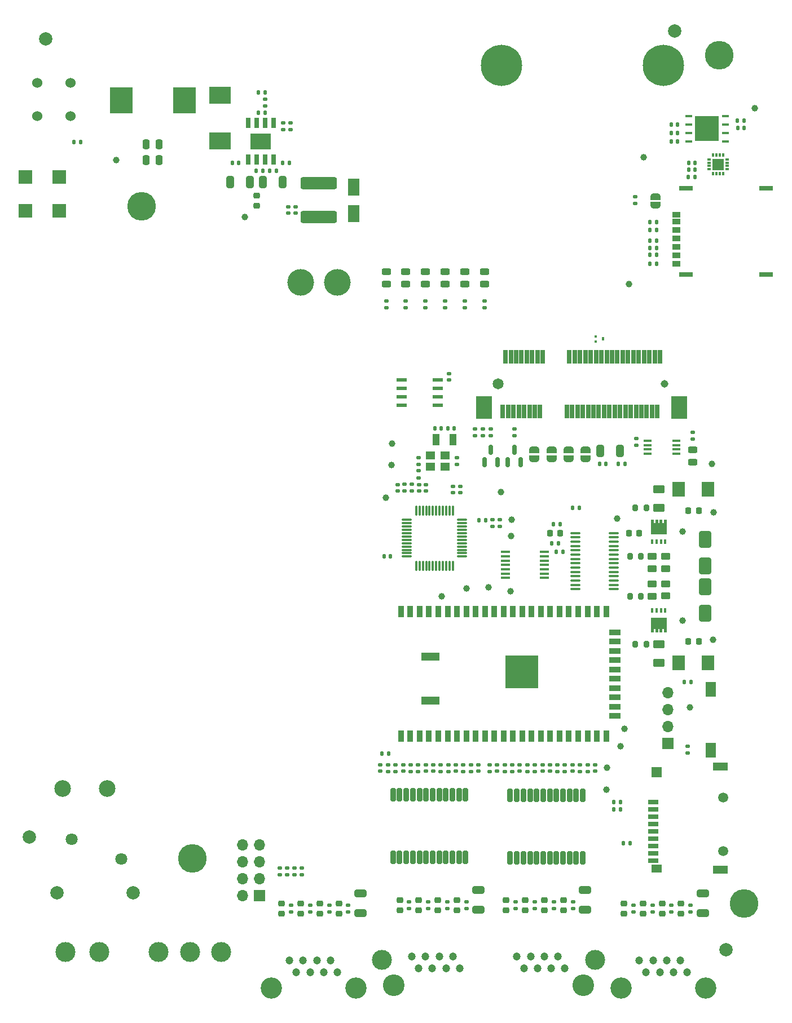
<source format=gts>
G04 #@! TF.GenerationSoftware,KiCad,Pcbnew,7.0.5-0*
G04 #@! TF.CreationDate,2023-08-08T04:38:12-03:00*
G04 #@! TF.ProjectId,macunaima_rev2,6d616375-6e61-4696-9d61-5f726576322e,rev?*
G04 #@! TF.SameCoordinates,Original*
G04 #@! TF.FileFunction,Soldermask,Top*
G04 #@! TF.FilePolarity,Negative*
%FSLAX46Y46*%
G04 Gerber Fmt 4.6, Leading zero omitted, Abs format (unit mm)*
G04 Created by KiCad (PCBNEW 7.0.5-0) date 2023-08-08 04:38:12*
%MOMM*%
%LPD*%
G01*
G04 APERTURE LIST*
G04 Aperture macros list*
%AMRoundRect*
0 Rectangle with rounded corners*
0 $1 Rounding radius*
0 $2 $3 $4 $5 $6 $7 $8 $9 X,Y pos of 4 corners*
0 Add a 4 corners polygon primitive as box body*
4,1,4,$2,$3,$4,$5,$6,$7,$8,$9,$2,$3,0*
0 Add four circle primitives for the rounded corners*
1,1,$1+$1,$2,$3*
1,1,$1+$1,$4,$5*
1,1,$1+$1,$6,$7*
1,1,$1+$1,$8,$9*
0 Add four rect primitives between the rounded corners*
20,1,$1+$1,$2,$3,$4,$5,0*
20,1,$1+$1,$4,$5,$6,$7,0*
20,1,$1+$1,$6,$7,$8,$9,0*
20,1,$1+$1,$8,$9,$2,$3,0*%
%AMFreePoly0*
4,1,19,0.500000,-0.750000,0.000000,-0.750000,0.000000,-0.744911,-0.071157,-0.744911,-0.207708,-0.704816,-0.327430,-0.627875,-0.420627,-0.520320,-0.479746,-0.390866,-0.500000,-0.250000,-0.500000,0.250000,-0.479746,0.390866,-0.420627,0.520320,-0.327430,0.627875,-0.207708,0.704816,-0.071157,0.744911,0.000000,0.744911,0.000000,0.750000,0.500000,0.750000,0.500000,-0.750000,0.500000,-0.750000,
$1*%
%AMFreePoly1*
4,1,19,0.000000,0.744911,0.071157,0.744911,0.207708,0.704816,0.327430,0.627875,0.420627,0.520320,0.479746,0.390866,0.500000,0.250000,0.500000,-0.250000,0.479746,-0.390866,0.420627,-0.520320,0.327430,-0.627875,0.207708,-0.704816,0.071157,-0.744911,0.000000,-0.744911,0.000000,-0.750000,-0.500000,-0.750000,-0.500000,0.750000,0.000000,0.750000,0.000000,0.744911,0.000000,0.744911,
$1*%
%AMFreePoly2*
4,1,17,1.395000,0.765000,0.855000,0.765000,0.855000,0.535000,1.395000,0.535000,1.395000,0.115000,0.855000,0.115000,0.855000,-0.115000,1.395000,-0.115000,1.395000,-0.535000,0.855000,-0.535000,0.855000,-0.765000,1.395000,-0.765000,1.395000,-1.185000,-0.855000,-1.185000,-0.855000,1.185000,1.395000,1.185000,1.395000,0.765000,1.395000,0.765000,$1*%
G04 Aperture macros list end*
%ADD10R,1.409700X0.355600*%
%ADD11RoundRect,0.225000X0.250000X-0.225000X0.250000X0.225000X-0.250000X0.225000X-0.250000X-0.225000X0*%
%ADD12R,1.000000X1.800000*%
%ADD13RoundRect,0.140000X-0.140000X-0.170000X0.140000X-0.170000X0.140000X0.170000X-0.140000X0.170000X0*%
%ADD14RoundRect,0.135000X-0.185000X0.135000X-0.185000X-0.135000X0.185000X-0.135000X0.185000X0.135000X0*%
%ADD15RoundRect,0.140000X0.170000X-0.140000X0.170000X0.140000X-0.170000X0.140000X-0.170000X-0.140000X0*%
%ADD16RoundRect,0.135000X0.135000X0.185000X-0.135000X0.185000X-0.135000X-0.185000X0.135000X-0.185000X0*%
%ADD17RoundRect,0.140000X0.140000X0.170000X-0.140000X0.170000X-0.140000X-0.170000X0.140000X-0.170000X0*%
%ADD18R,1.700000X1.700000*%
%ADD19O,1.700000X1.700000*%
%ADD20RoundRect,0.140000X-0.170000X0.140000X-0.170000X-0.140000X0.170000X-0.140000X0.170000X0.140000X0*%
%ADD21FreePoly0,90.000000*%
%ADD22FreePoly1,90.000000*%
%ADD23C,1.000000*%
%ADD24RoundRect,0.100000X-0.637500X-0.100000X0.637500X-0.100000X0.637500X0.100000X-0.637500X0.100000X0*%
%ADD25RoundRect,0.243750X0.456250X-0.243750X0.456250X0.243750X-0.456250X0.243750X-0.456250X-0.243750X0*%
%ADD26C,2.000000*%
%ADD27RoundRect,0.250000X-0.325000X-0.650000X0.325000X-0.650000X0.325000X0.650000X-0.325000X0.650000X0*%
%ADD28RoundRect,0.135000X-0.135000X-0.185000X0.135000X-0.185000X0.135000X0.185000X-0.135000X0.185000X0*%
%ADD29RoundRect,0.135000X0.185000X-0.135000X0.185000X0.135000X-0.185000X0.135000X-0.185000X-0.135000X0*%
%ADD30R,0.450000X0.400000*%
%ADD31R,0.450000X0.500000*%
%ADD32C,2.500000*%
%ADD33C,4.000000*%
%ADD34RoundRect,0.195000X-0.195000X0.805000X-0.195000X-0.805000X0.195000X-0.805000X0.195000X0.805000X0*%
%ADD35RoundRect,0.147500X-0.147500X-0.172500X0.147500X-0.172500X0.147500X0.172500X-0.147500X0.172500X0*%
%ADD36R,1.800000X2.500000*%
%ADD37R,0.300000X0.570000*%
%ADD38R,0.570000X0.300000*%
%ADD39R,1.750000X1.750000*%
%ADD40C,4.300000*%
%ADD41RoundRect,0.218750X0.256250X-0.218750X0.256250X0.218750X-0.256250X0.218750X-0.256250X-0.218750X0*%
%ADD42R,1.879600X2.260600*%
%ADD43C,3.200000*%
%ADD44C,1.200000*%
%ADD45R,1.600000X0.600000*%
%ADD46R,1.550000X0.600000*%
%ADD47RoundRect,0.200000X-0.200000X-0.275000X0.200000X-0.275000X0.200000X0.275000X-0.200000X0.275000X0*%
%ADD48RoundRect,0.225000X0.225000X0.250000X-0.225000X0.250000X-0.225000X-0.250000X0.225000X-0.250000X0*%
%ADD49RoundRect,0.250000X-0.450000X0.262500X-0.450000X-0.262500X0.450000X-0.262500X0.450000X0.262500X0*%
%ADD50C,1.651000*%
%ADD51C,1.143000*%
%ADD52R,0.660400X2.108200*%
%ADD53R,2.438400X3.352800*%
%ADD54R,0.420000X0.700000*%
%ADD55FreePoly2,90.000000*%
%ADD56RoundRect,0.243750X-0.456250X0.243750X-0.456250X-0.243750X0.456250X-0.243750X0.456250X0.243750X0*%
%ADD57RoundRect,0.250000X-0.650000X0.325000X-0.650000X-0.325000X0.650000X-0.325000X0.650000X0.325000X0*%
%ADD58RoundRect,0.147500X0.172500X-0.147500X0.172500X0.147500X-0.172500X0.147500X-0.172500X-0.147500X0*%
%ADD59R,1.600200X0.711200*%
%ADD60C,1.498600*%
%ADD61R,1.498600X1.193800*%
%ADD62R,2.209800X1.193800*%
%ADD63R,1.498600X1.600200*%
%ADD64RoundRect,0.250000X0.625000X-0.375000X0.625000X0.375000X-0.625000X0.375000X-0.625000X-0.375000X0*%
%ADD65R,3.300000X2.500000*%
%ADD66RoundRect,0.075000X-0.075000X0.662500X-0.075000X-0.662500X0.075000X-0.662500X0.075000X0.662500X0*%
%ADD67RoundRect,0.075000X-0.662500X0.075000X-0.662500X-0.075000X0.662500X-0.075000X0.662500X0.075000X0*%
%ADD68C,1.524000*%
%ADD69R,2.000000X2.000000*%
%ADD70RoundRect,0.250000X0.650000X-1.000000X0.650000X1.000000X-0.650000X1.000000X-0.650000X-1.000000X0*%
%ADD71R,1.150000X0.350000*%
%ADD72RoundRect,0.250000X0.250000X0.475000X-0.250000X0.475000X-0.250000X-0.475000X0.250000X-0.475000X0*%
%ADD73RoundRect,0.225000X-0.225000X-0.250000X0.225000X-0.250000X0.225000X0.250000X-0.225000X0.250000X0*%
%ADD74C,3.000000*%
%ADD75R,3.500000X4.000000*%
%ADD76RoundRect,0.150000X0.150000X-0.587500X0.150000X0.587500X-0.150000X0.587500X-0.150000X-0.587500X0*%
%ADD77C,3.250000*%
%ADD78R,1.400000X1.200000*%
%ADD79RoundRect,0.250000X0.325000X0.650000X-0.325000X0.650000X-0.325000X-0.650000X0.325000X-0.650000X0*%
%ADD80R,1.143000X0.812800*%
%ADD81R,2.108200X0.711200*%
%ADD82C,6.200000*%
%ADD83RoundRect,0.147500X-0.172500X0.147500X-0.172500X-0.147500X0.172500X-0.147500X0.172500X0.147500X0*%
%ADD84R,1.600000X2.180000*%
%ADD85C,1.800000*%
%ADD86RoundRect,0.250000X2.450000X-0.650000X2.450000X0.650000X-2.450000X0.650000X-2.450000X-0.650000X0*%
%ADD87R,0.900000X1.800000*%
%ADD88R,1.800000X0.900000*%
%ADD89R,5.000000X5.000000*%
%ADD90R,2.700000X1.200000*%
%ADD91R,1.112398X0.457200*%
%ADD92R,3.606800X3.708400*%
%ADD93RoundRect,0.250000X-0.650000X1.000000X-0.650000X-1.000000X0.650000X-1.000000X0.650000X1.000000X0*%
%ADD94R,0.650000X1.525000*%
%ADD95R,3.100000X2.400000*%
%ADD96FreePoly2,270.000000*%
%ADD97RoundRect,0.250000X-0.625000X0.375000X-0.625000X-0.375000X0.625000X-0.375000X0.625000X0.375000X0*%
G04 APERTURE END LIST*
D10*
X73437250Y-81366242D03*
X73437250Y-82016228D03*
X73437250Y-82666214D03*
X73437250Y-83316200D03*
X73437250Y-83966186D03*
X73437250Y-84616172D03*
X73437250Y-85266158D03*
X79342750Y-85266158D03*
X79342750Y-84616172D03*
X79342750Y-83966186D03*
X79342750Y-83316200D03*
X79342750Y-82666214D03*
X79342750Y-82016228D03*
X79342750Y-81366242D03*
D11*
X63312143Y-135183240D03*
X63312143Y-133633240D03*
D12*
X63078407Y-64501200D03*
X65578407Y-64501200D03*
D13*
X108325129Y-17662020D03*
X109285129Y-17662020D03*
D14*
X59027501Y-133898240D03*
X59027501Y-134918240D03*
D15*
X60488407Y-72184868D03*
X60488407Y-71224868D03*
D11*
X96972143Y-135696200D03*
X96972143Y-134146200D03*
D16*
X92195000Y-125136200D03*
X91175000Y-125136200D03*
X84590000Y-74746200D03*
X83570000Y-74746200D03*
D13*
X62858407Y-62771200D03*
X63818407Y-62771200D03*
D17*
X33435000Y-22926200D03*
X32475000Y-22926200D03*
D18*
X36595000Y-132961129D03*
D19*
X34055000Y-132961129D03*
X36595000Y-130421129D03*
X34055000Y-130421129D03*
X36595000Y-127881129D03*
X34055000Y-127881129D03*
X36595000Y-125341129D03*
X34055000Y-125341129D03*
D14*
X64740357Y-133898240D03*
X64740357Y-134918240D03*
D20*
X93119248Y-64339299D03*
X93119248Y-65299299D03*
D21*
X77811800Y-67340823D03*
D22*
X77811800Y-66040823D03*
D23*
X92035000Y-41116200D03*
D24*
X83981918Y-78513700D03*
X83981918Y-79163700D03*
X83981918Y-79813700D03*
X83981918Y-80463700D03*
X83981918Y-81113700D03*
X83981918Y-81763700D03*
X83981918Y-82413700D03*
X83981918Y-83063700D03*
X83981918Y-83713700D03*
X83981918Y-84363700D03*
X83981918Y-85013700D03*
X83981918Y-85663700D03*
X83981918Y-86313700D03*
X83981918Y-86963700D03*
X89706918Y-86963700D03*
X89706918Y-86313700D03*
X89706918Y-85663700D03*
X89706918Y-85013700D03*
X89706918Y-84363700D03*
X89706918Y-83713700D03*
X89706918Y-83063700D03*
X89706918Y-82413700D03*
X89706918Y-81763700D03*
X89706918Y-81113700D03*
X89706918Y-80463700D03*
X89706918Y-79813700D03*
X89706918Y-79163700D03*
X89706918Y-78513700D03*
D25*
X101577448Y-67890399D03*
X101577448Y-66015399D03*
D17*
X65798407Y-62771200D03*
X64838407Y-62771200D03*
D14*
X61883929Y-133898240D03*
X61883929Y-134918240D03*
D23*
X104677600Y-75413700D03*
D26*
X17555000Y-132516200D03*
X6155000Y-132516200D03*
D27*
X32142000Y-25827000D03*
X35092000Y-25827000D03*
D20*
X86921478Y-113349484D03*
X86921478Y-114309484D03*
D14*
X47030357Y-134411200D03*
X47030357Y-135431200D03*
D28*
X95147706Y-35667020D03*
X96167706Y-35667020D03*
D29*
X74496862Y-114339484D03*
X74496862Y-113319484D03*
D11*
X76453214Y-135183240D03*
X76453214Y-133633240D03*
D21*
X82942600Y-67340823D03*
D22*
X82942600Y-66040823D03*
D13*
X69509231Y-76551200D03*
X70469231Y-76551200D03*
D15*
X64995000Y-55536200D03*
X64995000Y-54576200D03*
D30*
X86993425Y-48948846D03*
X86993425Y-49748846D03*
D31*
X88143425Y-49348846D03*
D23*
X67650000Y-86796200D03*
D32*
X6972391Y-116881200D03*
X13722391Y-116881200D03*
D33*
X42722391Y-40881200D03*
X48222391Y-40881200D03*
D34*
X85075000Y-117869610D03*
X84085000Y-117869610D03*
X83095000Y-117869610D03*
X82105000Y-117869610D03*
X81115000Y-117869610D03*
X80125000Y-117869610D03*
X79135000Y-117869610D03*
X78145000Y-117869610D03*
X77155000Y-117869610D03*
X76165000Y-117869610D03*
X75175000Y-117869610D03*
X74185000Y-117869610D03*
X74185000Y-127269610D03*
X75175000Y-127269610D03*
X76165000Y-127269610D03*
X77155000Y-127269610D03*
X78145000Y-127269610D03*
X79135000Y-127269610D03*
X80125000Y-127269610D03*
X81115000Y-127269610D03*
X82105000Y-127269610D03*
X83095000Y-127269610D03*
X84085000Y-127269610D03*
X85075000Y-127269610D03*
D35*
X81095000Y-81366200D03*
X82065000Y-81366200D03*
D36*
X50655000Y-30531200D03*
X50655000Y-26531200D03*
D29*
X100790000Y-111596200D03*
X100790000Y-110576200D03*
D37*
X104630891Y-24492020D03*
X105130891Y-24492020D03*
X105630891Y-24492020D03*
X106130891Y-24492020D03*
D38*
X106745891Y-23877020D03*
X106745891Y-23377020D03*
X106745891Y-22877020D03*
X106745891Y-22377020D03*
D37*
X106130891Y-21762020D03*
X105630891Y-21762020D03*
X105130891Y-21762020D03*
X104630891Y-21762020D03*
D38*
X104015891Y-22377020D03*
X104015891Y-22877020D03*
X104015891Y-23377020D03*
X104015891Y-23877020D03*
D39*
X105380891Y-23127020D03*
D40*
X105570000Y-6716200D03*
D29*
X55842692Y-114339484D03*
X55842692Y-113319484D03*
X71560000Y-77526200D03*
X71560000Y-76506200D03*
D11*
X91259287Y-135696200D03*
X91259287Y-134146200D03*
D41*
X36112400Y-29364500D03*
X36112400Y-27789500D03*
D23*
X74410000Y-76516200D03*
D35*
X80700000Y-77181200D03*
X81670000Y-77181200D03*
D40*
X18865000Y-29466200D03*
D35*
X87582900Y-68115223D03*
X88552900Y-68115223D03*
D29*
X61475000Y-44701200D03*
X61475000Y-43681200D03*
D18*
X97846892Y-110111200D03*
D19*
X97846892Y-107571200D03*
X97846892Y-105031200D03*
X97846892Y-102491200D03*
D15*
X57260000Y-72176200D03*
X57260000Y-71216200D03*
D42*
X103904800Y-98031200D03*
X99485200Y-98031200D03*
D15*
X65578407Y-72469777D03*
X65578407Y-71509777D03*
D26*
X106565000Y-141076200D03*
D16*
X90716608Y-118946200D03*
X89696608Y-118946200D03*
D43*
X90795000Y-146856200D03*
X103495000Y-146856200D03*
D44*
X100715000Y-144506200D03*
X99695000Y-142726200D03*
X98675000Y-144506200D03*
X97655000Y-142726200D03*
X96635000Y-144506200D03*
X95615000Y-142726200D03*
X94595000Y-144506200D03*
X93575000Y-142726200D03*
D23*
X34338800Y-31002000D03*
X70970000Y-86676200D03*
X63900000Y-87996200D03*
D14*
X77889938Y-113319484D03*
X77889938Y-114339484D03*
D29*
X64884228Y-114339484D03*
X64884228Y-113319484D03*
D15*
X41940000Y-30461200D03*
X41940000Y-29501200D03*
D14*
X84656090Y-113319484D03*
X84656090Y-114339484D03*
D45*
X57895000Y-55531200D03*
D46*
X57895000Y-56801200D03*
X57895000Y-58071200D03*
X57895000Y-59341200D03*
X63295000Y-59341200D03*
X63295000Y-58071200D03*
X63295000Y-56801200D03*
X63295000Y-55531200D03*
D17*
X96137706Y-38037020D03*
X95177706Y-38037020D03*
D14*
X58340000Y-71186200D03*
X58340000Y-72206200D03*
D29*
X40728333Y-129826200D03*
X40728333Y-128806200D03*
D43*
X38295000Y-146856200D03*
X50995000Y-146856200D03*
D44*
X48215000Y-144506200D03*
X47195000Y-142726200D03*
X46175000Y-144506200D03*
X45155000Y-142726200D03*
X44135000Y-144506200D03*
X43115000Y-142726200D03*
X42095000Y-144506200D03*
X41075000Y-142726200D03*
D11*
X94115715Y-135696200D03*
X94115715Y-134146200D03*
D47*
X92952600Y-74746200D03*
X94602600Y-74746200D03*
D14*
X85793782Y-113319484D03*
X85793782Y-114339484D03*
D17*
X56205000Y-82051200D03*
X55245000Y-82051200D03*
D15*
X83528398Y-114309484D03*
X83528398Y-113349484D03*
D48*
X102470000Y-94753700D03*
X100920000Y-94753700D03*
D14*
X60373460Y-113319484D03*
X60373460Y-114339484D03*
D49*
X95508800Y-82008700D03*
X95508800Y-83833700D03*
D23*
X90740000Y-110506200D03*
D29*
X81263014Y-114339484D03*
X81263014Y-113319484D03*
D50*
X72376447Y-56140601D03*
D51*
X97376449Y-56140601D03*
D52*
X73076448Y-60240600D03*
X73476450Y-52040599D03*
X73876449Y-60240600D03*
X74276448Y-52040599D03*
X74676450Y-60240600D03*
X75076449Y-52040599D03*
X75476448Y-60240600D03*
X75876448Y-52040599D03*
X76276449Y-60240600D03*
X76676448Y-52040599D03*
X77076448Y-60240600D03*
X77476449Y-52040599D03*
X77876449Y-60240600D03*
X78276448Y-52040599D03*
X78676447Y-60240600D03*
X79076449Y-52040599D03*
X82676448Y-60240600D03*
X83076447Y-52040599D03*
X83476449Y-60240600D03*
X83876448Y-52040599D03*
X84276447Y-60240600D03*
X84676449Y-52040599D03*
X85076448Y-60240600D03*
X85476447Y-52040599D03*
X85876447Y-60240600D03*
X86276448Y-52040599D03*
X86676448Y-60240600D03*
X87076447Y-52040599D03*
X87476449Y-60240600D03*
X87876448Y-52040599D03*
X88276447Y-60240600D03*
X88676449Y-52040599D03*
X89076448Y-60240600D03*
X89476447Y-52040599D03*
X89876446Y-60240600D03*
X90276448Y-52040599D03*
X90676447Y-60240600D03*
X91076446Y-52040599D03*
X91476448Y-60240600D03*
X91876447Y-52040599D03*
X92276447Y-60240600D03*
X92676446Y-52040599D03*
X93076448Y-60240600D03*
X93476447Y-52040599D03*
X93876446Y-60240600D03*
X94276448Y-52040599D03*
X94676447Y-60240600D03*
X95076446Y-52040599D03*
X95476448Y-60240600D03*
X95876447Y-52040599D03*
X96276446Y-60240600D03*
X96676445Y-52040599D03*
D53*
X70226452Y-59618300D03*
X99526444Y-59618300D03*
D20*
X66215134Y-67211200D03*
X66215134Y-68171200D03*
D28*
X100921005Y-25022020D03*
X101941005Y-25022020D03*
D23*
X94245000Y-22026200D03*
D35*
X100946005Y-22877020D03*
X101916005Y-22877020D03*
D54*
X95520000Y-79819820D03*
X96170000Y-79819820D03*
X96820000Y-79819820D03*
X97470000Y-79819820D03*
D55*
X96495000Y-77864820D03*
D17*
X99322207Y-18392020D03*
X98362207Y-18392020D03*
D29*
X58508813Y-44701200D03*
X58508813Y-43681200D03*
D14*
X76752246Y-113319484D03*
X76752246Y-114339484D03*
D16*
X90716608Y-120006200D03*
X89696608Y-120006200D03*
D56*
X61469377Y-39223562D03*
X61469377Y-41098562D03*
D13*
X36407600Y-15363800D03*
X37367600Y-15363800D03*
D29*
X68921800Y-63903981D03*
X68921800Y-62883981D03*
D15*
X61501152Y-114309484D03*
X61501152Y-113349484D03*
D57*
X103105000Y-132626200D03*
X103105000Y-135576200D03*
D11*
X39889287Y-135696200D03*
X39889287Y-134146200D03*
D58*
X66668407Y-72444777D03*
X66668407Y-71474777D03*
D14*
X95543929Y-134411200D03*
X95543929Y-135431200D03*
D59*
X95649046Y-118932723D03*
X95649046Y-120032723D03*
X95649046Y-121132724D03*
X95649046Y-122232724D03*
X95649046Y-123332724D03*
X95649046Y-124432722D03*
X95649046Y-125532722D03*
X95649046Y-126632723D03*
X95649046Y-127732723D03*
D60*
X106149046Y-126259723D03*
X106149046Y-118259723D03*
D61*
X96155046Y-128929723D03*
D62*
X105749046Y-129059723D03*
D63*
X96150046Y-114459723D03*
D62*
X105749046Y-113559723D03*
D11*
X42745715Y-135696200D03*
X42745715Y-134146200D03*
D49*
X95508800Y-86162821D03*
X95508800Y-87987821D03*
D64*
X96495000Y-74744820D03*
X96495000Y-71944820D03*
D56*
X55572293Y-39223562D03*
X55572293Y-41098562D03*
D23*
X15080000Y-22509600D03*
D57*
X85442499Y-132113240D03*
X85442499Y-135063240D03*
D65*
X30603800Y-19652000D03*
X30613800Y-12752000D03*
D28*
X95147706Y-31817020D03*
X96167706Y-31817020D03*
D66*
X65578407Y-75128700D03*
X65078407Y-75128700D03*
X64578407Y-75128700D03*
X64078407Y-75128700D03*
X63578407Y-75128700D03*
X63078407Y-75128700D03*
X62578407Y-75128700D03*
X62078407Y-75128700D03*
X61578407Y-75128700D03*
X61078407Y-75128700D03*
X60578407Y-75128700D03*
X60078407Y-75128700D03*
D67*
X58665907Y-76541200D03*
X58665907Y-77041200D03*
X58665907Y-77541200D03*
X58665907Y-78041200D03*
X58665907Y-78541200D03*
X58665907Y-79041200D03*
X58665907Y-79541200D03*
X58665907Y-80041200D03*
X58665907Y-80541200D03*
X58665907Y-81041200D03*
X58665907Y-81541200D03*
X58665907Y-82041200D03*
D66*
X60078407Y-83453700D03*
X60578407Y-83453700D03*
X61078407Y-83453700D03*
X61578407Y-83453700D03*
X62078407Y-83453700D03*
X62578407Y-83453700D03*
X63078407Y-83453700D03*
X63578407Y-83453700D03*
X64078407Y-83453700D03*
X64578407Y-83453700D03*
X65078407Y-83453700D03*
X65578407Y-83453700D03*
D67*
X66990907Y-82041200D03*
X66990907Y-81541200D03*
X66990907Y-81041200D03*
X66990907Y-80541200D03*
X66990907Y-80041200D03*
X66990907Y-79541200D03*
X66990907Y-79041200D03*
X66990907Y-78541200D03*
X66990907Y-78041200D03*
X66990907Y-77541200D03*
X66990907Y-77041200D03*
X66990907Y-76541200D03*
D68*
X8163158Y-10896200D03*
X3163158Y-10896200D03*
X8163158Y-15896200D03*
X3163158Y-15896200D03*
D29*
X67365000Y-44701200D03*
X67365000Y-43681200D03*
X42915000Y-129826200D03*
X42915000Y-128806200D03*
D13*
X36407600Y-12319800D03*
X37367600Y-12319800D03*
D23*
X56470000Y-65116200D03*
D17*
X55905000Y-111671200D03*
X54945000Y-111671200D03*
D11*
X73596786Y-135183240D03*
X73596786Y-133633240D03*
D15*
X60441681Y-68171200D03*
X60441681Y-67211200D03*
X40865000Y-30461200D03*
X40865000Y-29501200D03*
D69*
X6490000Y-25066200D03*
X1440000Y-25066200D03*
X6490000Y-30116200D03*
X1440000Y-30116200D03*
D23*
X74270000Y-87256200D03*
D70*
X103427600Y-90553700D03*
X103427600Y-86553700D03*
D21*
X85508000Y-67340823D03*
D22*
X85508000Y-66040823D03*
D58*
X71136845Y-114314484D03*
X71136845Y-113344484D03*
D14*
X101256785Y-134411200D03*
X101256785Y-135431200D03*
D17*
X96137706Y-34557020D03*
X95177706Y-34557020D03*
X96137706Y-36747020D03*
X95177706Y-36747020D03*
D71*
X94779648Y-64657099D03*
X94779648Y-65307099D03*
X94779648Y-65957099D03*
X94779648Y-66607099D03*
X99129648Y-66607099D03*
X99129648Y-65957099D03*
X99129648Y-65307099D03*
X99129648Y-64657099D03*
D20*
X61558407Y-71224868D03*
X61558407Y-72184868D03*
D56*
X70315003Y-39223562D03*
X70315003Y-41098562D03*
D11*
X79309642Y-135183240D03*
X79309642Y-133633240D03*
D23*
X90220000Y-76366200D03*
D72*
X21480000Y-22501200D03*
X19580000Y-22501200D03*
D11*
X57599287Y-135183240D03*
X57599287Y-133633240D03*
D23*
X110915000Y-14686200D03*
X72800000Y-72396200D03*
D73*
X100920000Y-75173700D03*
X102470000Y-75173700D03*
D21*
X95987453Y-29280620D03*
D22*
X95987453Y-27980620D03*
D23*
X100037600Y-91629977D03*
X88750000Y-113796200D03*
D48*
X93560000Y-78511200D03*
X92010000Y-78511200D03*
D14*
X41317501Y-134411200D03*
X41317501Y-135431200D03*
D20*
X72231478Y-113349484D03*
X72231478Y-114309484D03*
D47*
X92172600Y-88023700D03*
X93822600Y-88023700D03*
D74*
X7445000Y-141411200D03*
X12525000Y-141411200D03*
D15*
X66011920Y-114309484D03*
X66011920Y-113349484D03*
D28*
X39995000Y-22901200D03*
X41015000Y-22901200D03*
D75*
X25280000Y-13509600D03*
X15780000Y-13509600D03*
D57*
X51735000Y-132626200D03*
X51735000Y-135576200D03*
D14*
X44173929Y-134411200D03*
X44173929Y-135431200D03*
D29*
X56980384Y-114339484D03*
X56980384Y-113319484D03*
D14*
X74789200Y-62883981D03*
X74789200Y-63903981D03*
D11*
X66168571Y-135183240D03*
X66168571Y-133633240D03*
D76*
X70359400Y-67907723D03*
X72259400Y-67907723D03*
X71309400Y-66032723D03*
D14*
X71309400Y-62883981D03*
X71309400Y-63903981D03*
D56*
X67366461Y-39223562D03*
X67366461Y-41098562D03*
D49*
X97497600Y-86152821D03*
X97497600Y-87977821D03*
D29*
X73359170Y-114339484D03*
X73359170Y-113319484D03*
D21*
X80377200Y-67340823D03*
D22*
X80377200Y-66040823D03*
D14*
X80737856Y-133898240D03*
X80737856Y-134918240D03*
X101577448Y-63344099D03*
X101577448Y-64364099D03*
D16*
X101360000Y-100896200D03*
X100340000Y-100896200D03*
D77*
X56670000Y-146456200D03*
X85120000Y-146456200D03*
D44*
X82345000Y-143916200D03*
X81325000Y-142136200D03*
X80305000Y-143916200D03*
X79285000Y-142136200D03*
X78265000Y-143916200D03*
X77245000Y-142136200D03*
X76225000Y-143916200D03*
X75205000Y-142136200D03*
X66585000Y-143916200D03*
X65565000Y-142136200D03*
X64545000Y-143916200D03*
X63525000Y-142136200D03*
X62505000Y-143916200D03*
X61485000Y-142136200D03*
X60465000Y-143916200D03*
X59445000Y-142136200D03*
D74*
X86895000Y-142656200D03*
X54895000Y-142656200D03*
D26*
X4485000Y-4276200D03*
D78*
X62228407Y-68541200D03*
X64428407Y-68541200D03*
X64428407Y-66841200D03*
X62228407Y-66841200D03*
D20*
X54715000Y-113349484D03*
X54715000Y-114309484D03*
D14*
X41205600Y-16936600D03*
X41205600Y-17956600D03*
D15*
X79017630Y-114309484D03*
X79017630Y-113349484D03*
D34*
X67490000Y-117799610D03*
X66500000Y-117799610D03*
X65510000Y-117799610D03*
X64520000Y-117799610D03*
X63530000Y-117799610D03*
X62540000Y-117799610D03*
X61550000Y-117799610D03*
X60560000Y-117799610D03*
X59570000Y-117799610D03*
X58580000Y-117799610D03*
X57590000Y-117799610D03*
X56600000Y-117799610D03*
X56600000Y-127199610D03*
X57590000Y-127199610D03*
X58580000Y-127199610D03*
X59570000Y-127199610D03*
X60560000Y-127199610D03*
X61550000Y-127199610D03*
X62540000Y-127199610D03*
X63530000Y-127199610D03*
X64520000Y-127199610D03*
X65510000Y-127199610D03*
X66500000Y-127199610D03*
X67490000Y-127199610D03*
D79*
X90685900Y-66184823D03*
X87735900Y-66184823D03*
D29*
X70090200Y-63903981D03*
X70090200Y-62883981D03*
D16*
X81402600Y-80031563D03*
X80382600Y-80031563D03*
D29*
X63746536Y-114339484D03*
X63746536Y-113319484D03*
X55572293Y-44701200D03*
X55572293Y-43681200D03*
D11*
X60455715Y-135183240D03*
X60455715Y-133633240D03*
D74*
X21420000Y-141431200D03*
X26120000Y-141431200D03*
X30820000Y-141431200D03*
D47*
X92172600Y-81983700D03*
X93822600Y-81983700D03*
D80*
X99106005Y-32957020D03*
X99106005Y-35497020D03*
X99106005Y-38037020D03*
X99106005Y-31687020D03*
X99106005Y-34227020D03*
X99106005Y-36767020D03*
X99106005Y-30737020D03*
D81*
X100586066Y-39707020D03*
X100586066Y-26707020D03*
X112586007Y-39707020D03*
X112586007Y-26707020D03*
D20*
X69405000Y-113349484D03*
X69405000Y-114309484D03*
X80135322Y-113349484D03*
X80135322Y-114309484D03*
D29*
X60441681Y-70201200D03*
X60441681Y-69181200D03*
D14*
X67139612Y-113319484D03*
X67139612Y-114339484D03*
D73*
X80117600Y-78533700D03*
X81667600Y-78533700D03*
D47*
X92952600Y-95233700D03*
X94602600Y-95233700D03*
D17*
X96137706Y-32957020D03*
X95177706Y-32957020D03*
D28*
X36085000Y-24076200D03*
X37105000Y-24076200D03*
D26*
X98895000Y-3126200D03*
D82*
X72858800Y-8272200D03*
D83*
X59398407Y-71209868D03*
X59398407Y-72179868D03*
D56*
X64417919Y-39223562D03*
X64417919Y-41098562D03*
D17*
X101911005Y-23949520D03*
X100951005Y-23949520D03*
X99322207Y-19662020D03*
X98362207Y-19662020D03*
D11*
X99828571Y-135696200D03*
X99828571Y-134146200D03*
X45602143Y-135696200D03*
X45602143Y-134146200D03*
D20*
X58108076Y-113349484D03*
X58108076Y-114309484D03*
X62618844Y-113349484D03*
X62618844Y-114309484D03*
D76*
X73839200Y-67907723D03*
X75739200Y-67907723D03*
X74789200Y-66032723D03*
D23*
X56400000Y-68296200D03*
D28*
X8665000Y-19756200D03*
X9685000Y-19756200D03*
D20*
X75624554Y-113349484D03*
X75624554Y-114309484D03*
D84*
X104295000Y-111131200D03*
X104295000Y-101951200D03*
D14*
X68277304Y-113319484D03*
X68277304Y-114339484D03*
D40*
X109315000Y-134186200D03*
D23*
X104597600Y-94573700D03*
D57*
X69445000Y-132113240D03*
X69445000Y-135063240D03*
D14*
X49886785Y-134411200D03*
X49886785Y-135431200D03*
D23*
X88620000Y-117066200D03*
D14*
X75025000Y-133898240D03*
X75025000Y-134918240D03*
X83594284Y-133898240D03*
X83594284Y-134918240D03*
D85*
X8335000Y-124536200D03*
X15835000Y-127436200D03*
D29*
X37370200Y-14351800D03*
X37370200Y-13331800D03*
D16*
X91461448Y-68115223D03*
X90441448Y-68115223D03*
D23*
X74320000Y-78946200D03*
D40*
X26445000Y-127356200D03*
D29*
X70315003Y-44701200D03*
X70315003Y-43681200D03*
D23*
X104422248Y-68137722D03*
D82*
X97166600Y-8272200D03*
D14*
X77881428Y-133898240D03*
X77881428Y-134918240D03*
D17*
X99322207Y-17122020D03*
X98362207Y-17122020D03*
D72*
X21480000Y-20139000D03*
X19580000Y-20139000D03*
D29*
X92921005Y-28997020D03*
X92921005Y-27977020D03*
D14*
X67596785Y-133898240D03*
X67596785Y-134918240D03*
D86*
X45465000Y-31081200D03*
X45465000Y-25981200D03*
D23*
X91350000Y-107906200D03*
D29*
X64405000Y-44701200D03*
X64405000Y-43681200D03*
D16*
X109315129Y-16582020D03*
X108295129Y-16582020D03*
D29*
X39635000Y-129826200D03*
X39635000Y-128806200D03*
D23*
X55510000Y-73206200D03*
D49*
X97497600Y-82008700D03*
X97497600Y-83833700D03*
D11*
X82166070Y-135183240D03*
X82166070Y-133633240D03*
D27*
X37088800Y-25828800D03*
X40038800Y-25828800D03*
D87*
X57795000Y-109001200D03*
X59195000Y-109001200D03*
X60595000Y-109001200D03*
X61995000Y-109001200D03*
X63395000Y-109001200D03*
X64795000Y-109001200D03*
X66195000Y-109001200D03*
X67595000Y-109001200D03*
X68995000Y-109001200D03*
X70395000Y-109001200D03*
X71795000Y-109001200D03*
X73195000Y-109001200D03*
X74595000Y-109001200D03*
X75995000Y-109001200D03*
X77395000Y-109001200D03*
X78795000Y-109001200D03*
X80195000Y-109001200D03*
X81595000Y-109001200D03*
X82995000Y-109001200D03*
X84395000Y-109001200D03*
X85795000Y-109001200D03*
X87195000Y-109001200D03*
X88595000Y-109001200D03*
D88*
X89895000Y-106001200D03*
X89895000Y-104601200D03*
X89895000Y-103201200D03*
X89895000Y-101801200D03*
X89895000Y-100401200D03*
X89895000Y-99001200D03*
X89895000Y-97601200D03*
X89895000Y-96201200D03*
X89895000Y-94801200D03*
X89895000Y-93401200D03*
D87*
X88595000Y-90301200D03*
X87195000Y-90301200D03*
X85795000Y-90301200D03*
X84395000Y-90301200D03*
X82995000Y-90301200D03*
X81595000Y-90301200D03*
X80195000Y-90301200D03*
X78795000Y-90301200D03*
X77395000Y-90301200D03*
X75995000Y-90301200D03*
X74595000Y-90301200D03*
X73195000Y-90301200D03*
X71795000Y-90301200D03*
X70395000Y-90301200D03*
X68995000Y-90301200D03*
X67595000Y-90301200D03*
X66195000Y-90301200D03*
X64795000Y-90301200D03*
X63395000Y-90301200D03*
X61995000Y-90301200D03*
X60595000Y-90301200D03*
X59195000Y-90301200D03*
X57795000Y-90301200D03*
D89*
X75895000Y-99401200D03*
D90*
X62195000Y-103701200D03*
X62195000Y-97101200D03*
D26*
X2025000Y-124156200D03*
D14*
X59235768Y-113319484D03*
X59235768Y-114339484D03*
D29*
X41821666Y-129826200D03*
X41821666Y-128806200D03*
D56*
X58520835Y-39223562D03*
X58520835Y-41098562D03*
D20*
X72640000Y-76536200D03*
X72640000Y-77496200D03*
D91*
X106462806Y-19662020D03*
X106462806Y-18392020D03*
X106462806Y-17122020D03*
X106462806Y-15852020D03*
X100971204Y-15852020D03*
X100971204Y-17122020D03*
X100971204Y-18392020D03*
X100971204Y-19662020D03*
D92*
X103717005Y-17757020D03*
D93*
X103427600Y-79456200D03*
X103427600Y-83456200D03*
D94*
X34828948Y-22368400D03*
X36098948Y-22368400D03*
X37368948Y-22368400D03*
X38638948Y-22368400D03*
X38638948Y-16944400D03*
X37368948Y-16944400D03*
X36098948Y-16944400D03*
X34828948Y-16944400D03*
D95*
X36733948Y-19656400D03*
D23*
X101195000Y-104716200D03*
D28*
X38117000Y-24076200D03*
X39137000Y-24076200D03*
D23*
X100037600Y-78319820D03*
D54*
X97470000Y-90129977D03*
X96820000Y-90129977D03*
X96170000Y-90129977D03*
X95520000Y-90129977D03*
D96*
X96495000Y-92084977D03*
D97*
X96495000Y-95249977D03*
X96495000Y-98049977D03*
D11*
X48458571Y-135696200D03*
X48458571Y-134146200D03*
D42*
X103904800Y-71954820D03*
X99485200Y-71954820D03*
D14*
X40113400Y-16936600D03*
X40113400Y-17956600D03*
X98400357Y-134411200D03*
X98400357Y-135431200D03*
X92687501Y-134411200D03*
X92687501Y-135431200D03*
D29*
X82400706Y-114339484D03*
X82400706Y-113319484D03*
M02*

</source>
